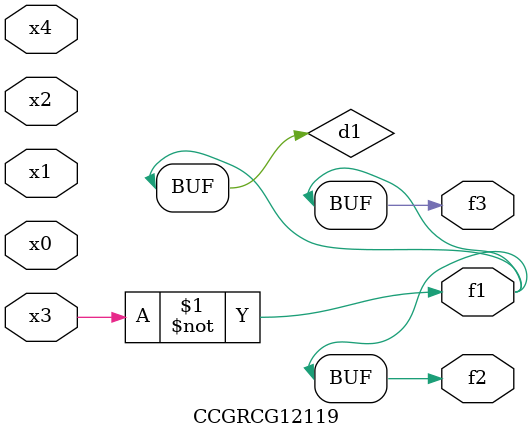
<source format=v>
module CCGRCG12119(
	input x0, x1, x2, x3, x4,
	output f1, f2, f3
);

	wire d1, d2;

	xnor (d1, x3);
	not (d2, x1);
	assign f1 = d1;
	assign f2 = d1;
	assign f3 = d1;
endmodule

</source>
